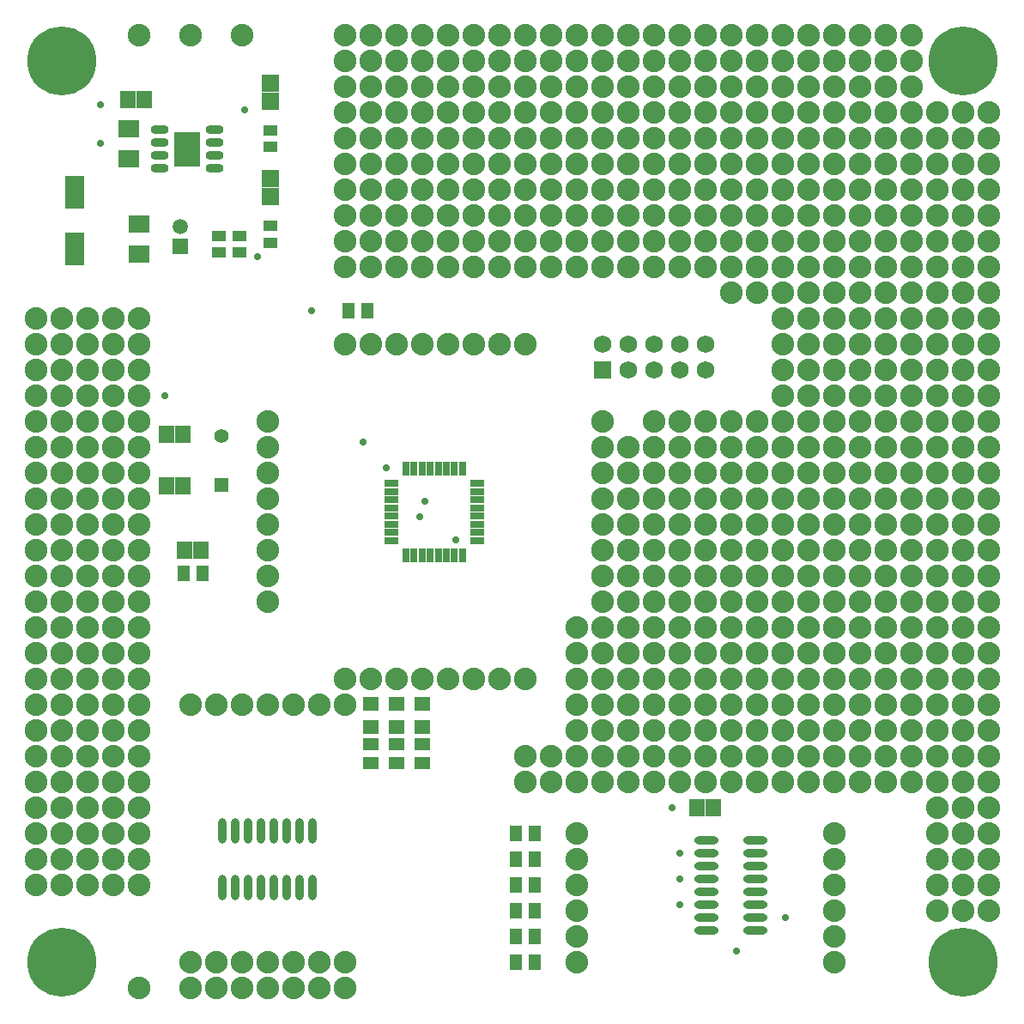
<source format=gts>
G04 Layer_Color=20142*
%FSLAX25Y25*%
%MOIN*%
G70*
G01*
G75*
%ADD27R,0.10300X0.13800*%
%ADD42R,0.05524X0.02769*%
%ADD43R,0.02769X0.05524*%
%ADD44O,0.03400X0.09800*%
%ADD45O,0.09461X0.03162*%
%ADD46O,0.07100X0.03200*%
%ADD47R,0.05918X0.06509*%
%ADD48R,0.05524X0.03950*%
%ADD49R,0.05918X0.05328*%
%ADD50R,0.05918X0.04737*%
%ADD51R,0.04737X0.05918*%
%ADD52R,0.08280X0.06706*%
%ADD53R,0.06902X0.06706*%
%ADD54R,0.07493X0.12611*%
%ADD55C,0.08800*%
%ADD56C,0.05524*%
%ADD57R,0.05524X0.05524*%
%ADD58C,0.06800*%
%ADD59R,0.06800X0.06800*%
%ADD60C,0.26784*%
%ADD61R,0.05918X0.05918*%
%ADD62C,0.05918*%
%ADD63C,0.02800*%
D27*
X108650Y375900D02*
D03*
D42*
X188000Y246000D02*
D03*
Y242850D02*
D03*
Y239701D02*
D03*
Y236551D02*
D03*
Y233402D02*
D03*
Y230252D02*
D03*
Y227102D02*
D03*
Y223953D02*
D03*
X221465D02*
D03*
Y227102D02*
D03*
Y230252D02*
D03*
Y233402D02*
D03*
Y236551D02*
D03*
Y239701D02*
D03*
Y242850D02*
D03*
Y246000D02*
D03*
D43*
X193709Y218244D02*
D03*
X196858D02*
D03*
X200008D02*
D03*
X203157D02*
D03*
X206307D02*
D03*
X209457D02*
D03*
X212606D02*
D03*
X215756D02*
D03*
Y251709D02*
D03*
X212606D02*
D03*
X209457D02*
D03*
X206307D02*
D03*
X203157D02*
D03*
X200008D02*
D03*
X196858D02*
D03*
X193709D02*
D03*
D44*
X157500Y111000D02*
D03*
X152500D02*
D03*
X147500D02*
D03*
X142500D02*
D03*
X137500D02*
D03*
X132500D02*
D03*
X127500D02*
D03*
X122500D02*
D03*
Y89000D02*
D03*
X127500D02*
D03*
X132500D02*
D03*
X137500D02*
D03*
X142500D02*
D03*
X147500D02*
D03*
X152500D02*
D03*
X157500D02*
D03*
D45*
X310551Y107500D02*
D03*
Y102500D02*
D03*
Y97500D02*
D03*
Y92500D02*
D03*
Y87500D02*
D03*
Y82500D02*
D03*
Y77500D02*
D03*
Y72500D02*
D03*
X329449Y107500D02*
D03*
Y102500D02*
D03*
Y97500D02*
D03*
Y92500D02*
D03*
Y87500D02*
D03*
Y82500D02*
D03*
Y77500D02*
D03*
Y72500D02*
D03*
D46*
X98148Y383500D02*
D03*
Y378500D02*
D03*
Y373500D02*
D03*
Y368500D02*
D03*
X119400Y383500D02*
D03*
Y378500D02*
D03*
Y373500D02*
D03*
Y368500D02*
D03*
D47*
X85850Y395000D02*
D03*
X92150D02*
D03*
X100850Y265000D02*
D03*
X107150D02*
D03*
X100850Y245000D02*
D03*
X107150D02*
D03*
X107851Y220000D02*
D03*
X114150D02*
D03*
X306850Y120000D02*
D03*
X313150D02*
D03*
D48*
X129000Y335752D02*
D03*
Y342248D02*
D03*
X121000D02*
D03*
Y335752D02*
D03*
X141000Y346087D02*
D03*
Y339591D02*
D03*
Y383248D02*
D03*
Y376752D02*
D03*
D49*
X200000Y151571D02*
D03*
Y160429D02*
D03*
X190000Y151571D02*
D03*
Y160429D02*
D03*
X180000Y151571D02*
D03*
Y160429D02*
D03*
D50*
X190000Y144642D02*
D03*
Y137358D02*
D03*
X200000Y144642D02*
D03*
Y137358D02*
D03*
X180000Y144642D02*
D03*
X180000Y137358D02*
D03*
D51*
X114642Y211000D02*
D03*
X107358D02*
D03*
X236358Y60000D02*
D03*
X243642D02*
D03*
X236358Y70000D02*
D03*
X243642D02*
D03*
X236358Y80000D02*
D03*
X243642D02*
D03*
X236358Y90000D02*
D03*
X243642D02*
D03*
X236358Y100000D02*
D03*
X243642D02*
D03*
X236358Y110000D02*
D03*
X243642D02*
D03*
X171358Y313000D02*
D03*
X178642D02*
D03*
D52*
X86000Y383906D02*
D03*
Y372094D02*
D03*
X90000Y335094D02*
D03*
Y346905D02*
D03*
D53*
X141000Y401543D02*
D03*
Y394457D02*
D03*
Y364543D02*
D03*
Y357457D02*
D03*
D54*
X65000Y337000D02*
D03*
Y359000D02*
D03*
D55*
X190000Y330000D02*
D03*
X170000D02*
D03*
X180000D02*
D03*
X170000Y410000D02*
D03*
Y400000D02*
D03*
Y390000D02*
D03*
Y380000D02*
D03*
X180000D02*
D03*
Y390000D02*
D03*
Y400000D02*
D03*
X190000Y390000D02*
D03*
Y380000D02*
D03*
Y370000D02*
D03*
Y360000D02*
D03*
Y350000D02*
D03*
Y340000D02*
D03*
X170000D02*
D03*
Y360000D02*
D03*
Y370000D02*
D03*
Y350000D02*
D03*
X180000Y340000D02*
D03*
Y360000D02*
D03*
Y370000D02*
D03*
Y350000D02*
D03*
X170000Y420000D02*
D03*
X180000Y410000D02*
D03*
Y420000D02*
D03*
X190000D02*
D03*
Y410000D02*
D03*
Y400000D02*
D03*
X250000D02*
D03*
X240000D02*
D03*
Y410000D02*
D03*
X250000D02*
D03*
X230000Y400000D02*
D03*
X220000D02*
D03*
Y410000D02*
D03*
X230000D02*
D03*
Y420000D02*
D03*
X220000D02*
D03*
X250000D02*
D03*
X240000D02*
D03*
X210000D02*
D03*
X250000Y390000D02*
D03*
X240000D02*
D03*
X250000Y380000D02*
D03*
X210000Y410000D02*
D03*
X200000Y420000D02*
D03*
X230000Y390000D02*
D03*
X240000Y380000D02*
D03*
X250000Y370000D02*
D03*
X210000Y350000D02*
D03*
Y370000D02*
D03*
Y360000D02*
D03*
Y340000D02*
D03*
X200000Y350000D02*
D03*
Y370000D02*
D03*
Y360000D02*
D03*
Y340000D02*
D03*
X250000D02*
D03*
Y350000D02*
D03*
Y360000D02*
D03*
X240000Y370000D02*
D03*
X230000Y380000D02*
D03*
X240000Y360000D02*
D03*
Y350000D02*
D03*
Y340000D02*
D03*
X230000D02*
D03*
X220000D02*
D03*
Y350000D02*
D03*
X230000D02*
D03*
Y360000D02*
D03*
X220000D02*
D03*
X230000Y370000D02*
D03*
X220000D02*
D03*
Y380000D02*
D03*
Y390000D02*
D03*
X210000Y400000D02*
D03*
Y390000D02*
D03*
Y380000D02*
D03*
X200000D02*
D03*
Y390000D02*
D03*
Y400000D02*
D03*
Y410000D02*
D03*
X310000Y400000D02*
D03*
X300000D02*
D03*
Y410000D02*
D03*
X310000D02*
D03*
X290000Y400000D02*
D03*
X280000D02*
D03*
Y410000D02*
D03*
X290000D02*
D03*
Y420000D02*
D03*
X280000D02*
D03*
X310000D02*
D03*
X300000D02*
D03*
X270000D02*
D03*
X310000Y390000D02*
D03*
X300000D02*
D03*
X310000Y380000D02*
D03*
X270000Y410000D02*
D03*
X260000Y420000D02*
D03*
X290000Y390000D02*
D03*
X300000Y380000D02*
D03*
X310000Y370000D02*
D03*
X270000Y350000D02*
D03*
Y370000D02*
D03*
Y360000D02*
D03*
Y340000D02*
D03*
X260000Y350000D02*
D03*
Y370000D02*
D03*
Y360000D02*
D03*
Y340000D02*
D03*
X310000D02*
D03*
Y350000D02*
D03*
Y360000D02*
D03*
X300000Y370000D02*
D03*
X290000Y380000D02*
D03*
X300000Y360000D02*
D03*
Y350000D02*
D03*
Y340000D02*
D03*
X290000D02*
D03*
X280000D02*
D03*
Y350000D02*
D03*
X290000D02*
D03*
Y360000D02*
D03*
X280000D02*
D03*
X290000Y370000D02*
D03*
X280000D02*
D03*
Y380000D02*
D03*
Y390000D02*
D03*
X270000Y400000D02*
D03*
Y390000D02*
D03*
Y380000D02*
D03*
X260000D02*
D03*
Y390000D02*
D03*
Y400000D02*
D03*
Y410000D02*
D03*
X320000D02*
D03*
Y400000D02*
D03*
Y390000D02*
D03*
Y380000D02*
D03*
X330000D02*
D03*
Y390000D02*
D03*
Y400000D02*
D03*
X340000Y390000D02*
D03*
Y380000D02*
D03*
Y370000D02*
D03*
X350000D02*
D03*
X340000Y360000D02*
D03*
X350000D02*
D03*
Y350000D02*
D03*
X340000D02*
D03*
Y340000D02*
D03*
X350000D02*
D03*
X360000D02*
D03*
Y350000D02*
D03*
Y360000D02*
D03*
X350000Y380000D02*
D03*
X360000Y370000D02*
D03*
X370000Y360000D02*
D03*
Y350000D02*
D03*
Y340000D02*
D03*
X380000Y350000D02*
D03*
Y330000D02*
D03*
Y340000D02*
D03*
X260000Y190000D02*
D03*
Y180000D02*
D03*
X270000Y190000D02*
D03*
Y180000D02*
D03*
X260000Y150000D02*
D03*
Y160000D02*
D03*
Y170000D02*
D03*
X230000Y330000D02*
D03*
X240000D02*
D03*
X210000D02*
D03*
X200000D02*
D03*
X220000D02*
D03*
X250000D02*
D03*
X290000D02*
D03*
X300000D02*
D03*
X270000D02*
D03*
X260000D02*
D03*
X280000D02*
D03*
X310000D02*
D03*
X320000Y340000D02*
D03*
Y330000D02*
D03*
Y360000D02*
D03*
Y370000D02*
D03*
Y350000D02*
D03*
Y320000D02*
D03*
X330000Y340000D02*
D03*
Y330000D02*
D03*
Y360000D02*
D03*
Y370000D02*
D03*
Y350000D02*
D03*
Y320000D02*
D03*
X370000Y300000D02*
D03*
Y290000D02*
D03*
Y320000D02*
D03*
Y330000D02*
D03*
Y310000D02*
D03*
Y280000D02*
D03*
X360000Y300000D02*
D03*
Y290000D02*
D03*
Y320000D02*
D03*
Y330000D02*
D03*
Y310000D02*
D03*
Y280000D02*
D03*
X350000Y300000D02*
D03*
Y290000D02*
D03*
Y320000D02*
D03*
Y330000D02*
D03*
Y310000D02*
D03*
Y280000D02*
D03*
X340000Y300000D02*
D03*
Y290000D02*
D03*
Y320000D02*
D03*
Y330000D02*
D03*
Y310000D02*
D03*
Y280000D02*
D03*
X310000Y180000D02*
D03*
X300000D02*
D03*
X330000D02*
D03*
X340000D02*
D03*
X320000D02*
D03*
X290000D02*
D03*
X280000D02*
D03*
Y190000D02*
D03*
Y200000D02*
D03*
Y210000D02*
D03*
Y220000D02*
D03*
Y230000D02*
D03*
Y240000D02*
D03*
Y250000D02*
D03*
Y260000D02*
D03*
X290000Y190000D02*
D03*
Y200000D02*
D03*
Y210000D02*
D03*
Y220000D02*
D03*
Y230000D02*
D03*
Y240000D02*
D03*
Y250000D02*
D03*
Y260000D02*
D03*
Y270000D02*
D03*
X350000D02*
D03*
X370000D02*
D03*
X360000D02*
D03*
X350000Y250000D02*
D03*
X370000D02*
D03*
X360000D02*
D03*
Y260000D02*
D03*
X370000D02*
D03*
X350000D02*
D03*
X320000Y250000D02*
D03*
X340000D02*
D03*
X330000D02*
D03*
Y260000D02*
D03*
X340000D02*
D03*
X320000D02*
D03*
Y270000D02*
D03*
X340000D02*
D03*
X330000D02*
D03*
X300000D02*
D03*
X310000D02*
D03*
X300000Y260000D02*
D03*
X310000D02*
D03*
X300000Y250000D02*
D03*
X310000D02*
D03*
X350000Y240000D02*
D03*
X370000D02*
D03*
X360000D02*
D03*
X350000Y220000D02*
D03*
X370000D02*
D03*
X360000D02*
D03*
Y230000D02*
D03*
X370000D02*
D03*
X350000D02*
D03*
X320000Y220000D02*
D03*
X340000D02*
D03*
X330000D02*
D03*
Y230000D02*
D03*
X340000D02*
D03*
X320000D02*
D03*
Y240000D02*
D03*
X340000D02*
D03*
X330000D02*
D03*
X300000D02*
D03*
X310000D02*
D03*
X300000Y230000D02*
D03*
X310000D02*
D03*
X300000Y220000D02*
D03*
X310000D02*
D03*
X350000Y210000D02*
D03*
X370000D02*
D03*
X360000D02*
D03*
X350000Y190000D02*
D03*
X370000D02*
D03*
X360000D02*
D03*
Y200000D02*
D03*
X370000D02*
D03*
X350000D02*
D03*
X320000Y190000D02*
D03*
X340000D02*
D03*
X330000D02*
D03*
Y200000D02*
D03*
X340000D02*
D03*
X320000D02*
D03*
Y210000D02*
D03*
X340000D02*
D03*
X330000D02*
D03*
X300000D02*
D03*
X310000D02*
D03*
X300000Y200000D02*
D03*
X310000D02*
D03*
X300000Y190000D02*
D03*
X310000D02*
D03*
X320000Y170000D02*
D03*
X340000D02*
D03*
X330000D02*
D03*
X320000Y150000D02*
D03*
X340000D02*
D03*
X330000D02*
D03*
Y160000D02*
D03*
X340000D02*
D03*
X320000D02*
D03*
X290000Y150000D02*
D03*
X310000D02*
D03*
X300000D02*
D03*
Y160000D02*
D03*
X310000D02*
D03*
X290000D02*
D03*
Y170000D02*
D03*
X310000D02*
D03*
X300000D02*
D03*
X270000D02*
D03*
X280000D02*
D03*
X270000Y160000D02*
D03*
X280000D02*
D03*
X270000Y150000D02*
D03*
X280000D02*
D03*
X240000Y130000D02*
D03*
X250000D02*
D03*
Y140000D02*
D03*
X240000D02*
D03*
X270000D02*
D03*
X280000D02*
D03*
Y130000D02*
D03*
X270000D02*
D03*
X260000D02*
D03*
Y140000D02*
D03*
X300000D02*
D03*
X310000D02*
D03*
Y130000D02*
D03*
X300000D02*
D03*
X290000D02*
D03*
Y140000D02*
D03*
X90000Y230000D02*
D03*
Y220000D02*
D03*
Y240000D02*
D03*
Y250000D02*
D03*
X80000Y230000D02*
D03*
Y220000D02*
D03*
Y240000D02*
D03*
Y250000D02*
D03*
X70000Y230000D02*
D03*
Y220000D02*
D03*
Y240000D02*
D03*
Y250000D02*
D03*
X90000Y300000D02*
D03*
Y290000D02*
D03*
Y310000D02*
D03*
Y270000D02*
D03*
Y280000D02*
D03*
Y260000D02*
D03*
Y210000D02*
D03*
Y200000D02*
D03*
Y190000D02*
D03*
X80000Y210000D02*
D03*
X70000D02*
D03*
X80000Y200000D02*
D03*
X70000D02*
D03*
X80000Y190000D02*
D03*
X70000D02*
D03*
X60000D02*
D03*
X50000D02*
D03*
X60000Y200000D02*
D03*
X50000D02*
D03*
X60000Y210000D02*
D03*
X50000D02*
D03*
X80000Y260000D02*
D03*
X70000D02*
D03*
X60000Y250000D02*
D03*
Y240000D02*
D03*
Y260000D02*
D03*
Y220000D02*
D03*
Y230000D02*
D03*
X50000Y250000D02*
D03*
Y240000D02*
D03*
Y260000D02*
D03*
Y220000D02*
D03*
Y230000D02*
D03*
X360000Y150000D02*
D03*
X350000D02*
D03*
X360000Y160000D02*
D03*
X350000D02*
D03*
X360000Y170000D02*
D03*
X350000D02*
D03*
X360000Y180000D02*
D03*
X350000D02*
D03*
X380000Y360000D02*
D03*
X370000Y370000D02*
D03*
X360000Y380000D02*
D03*
X350000Y390000D02*
D03*
X320000Y420000D02*
D03*
X330000Y410000D02*
D03*
X390000Y330000D02*
D03*
Y340000D02*
D03*
Y350000D02*
D03*
X380000Y370000D02*
D03*
X390000Y360000D02*
D03*
Y370000D02*
D03*
X370000Y380000D02*
D03*
X360000Y390000D02*
D03*
X370000D02*
D03*
X330000Y420000D02*
D03*
X380000D02*
D03*
X390000D02*
D03*
X360000D02*
D03*
X370000D02*
D03*
X340000D02*
D03*
X350000D02*
D03*
Y410000D02*
D03*
X340000D02*
D03*
Y400000D02*
D03*
X350000D02*
D03*
X370000Y410000D02*
D03*
X360000D02*
D03*
Y400000D02*
D03*
X370000D02*
D03*
X390000Y410000D02*
D03*
X380000D02*
D03*
Y400000D02*
D03*
X390000D02*
D03*
Y390000D02*
D03*
X380000D02*
D03*
Y380000D02*
D03*
X390000D02*
D03*
Y290000D02*
D03*
X380000D02*
D03*
Y280000D02*
D03*
X390000D02*
D03*
Y310000D02*
D03*
X380000D02*
D03*
Y300000D02*
D03*
X390000D02*
D03*
Y320000D02*
D03*
X380000D02*
D03*
Y270000D02*
D03*
X390000D02*
D03*
Y250000D02*
D03*
X380000D02*
D03*
Y260000D02*
D03*
X390000D02*
D03*
Y230000D02*
D03*
X380000D02*
D03*
Y240000D02*
D03*
X390000D02*
D03*
X380000Y220000D02*
D03*
X390000D02*
D03*
X380000Y200000D02*
D03*
Y210000D02*
D03*
Y190000D02*
D03*
X390000Y200000D02*
D03*
Y210000D02*
D03*
Y190000D02*
D03*
X410000Y150000D02*
D03*
X420000D02*
D03*
X400000D02*
D03*
X380000D02*
D03*
X390000D02*
D03*
X370000D02*
D03*
X380000Y180000D02*
D03*
X390000D02*
D03*
X370000D02*
D03*
Y170000D02*
D03*
X390000D02*
D03*
X380000D02*
D03*
Y160000D02*
D03*
X390000D02*
D03*
X370000D02*
D03*
X400000Y170000D02*
D03*
X420000D02*
D03*
X410000D02*
D03*
Y160000D02*
D03*
X420000D02*
D03*
X400000D02*
D03*
Y190000D02*
D03*
X420000D02*
D03*
X410000D02*
D03*
Y180000D02*
D03*
X420000D02*
D03*
X400000D02*
D03*
Y210000D02*
D03*
X420000D02*
D03*
X410000D02*
D03*
Y200000D02*
D03*
X420000D02*
D03*
X400000D02*
D03*
Y250000D02*
D03*
X420000D02*
D03*
X410000D02*
D03*
Y240000D02*
D03*
X420000D02*
D03*
X400000D02*
D03*
Y220000D02*
D03*
X420000D02*
D03*
X410000D02*
D03*
Y230000D02*
D03*
X420000D02*
D03*
X400000D02*
D03*
Y260000D02*
D03*
X420000D02*
D03*
X410000D02*
D03*
Y270000D02*
D03*
X420000D02*
D03*
X400000D02*
D03*
Y310000D02*
D03*
X420000D02*
D03*
X410000D02*
D03*
Y300000D02*
D03*
X420000D02*
D03*
X400000D02*
D03*
Y280000D02*
D03*
X420000D02*
D03*
X410000D02*
D03*
Y290000D02*
D03*
X420000D02*
D03*
X400000D02*
D03*
Y320000D02*
D03*
X420000D02*
D03*
X410000D02*
D03*
Y330000D02*
D03*
X420000D02*
D03*
X400000D02*
D03*
X50000Y280000D02*
D03*
X60000D02*
D03*
X80000D02*
D03*
X70000D02*
D03*
Y270000D02*
D03*
X80000D02*
D03*
X60000D02*
D03*
X50000D02*
D03*
Y310000D02*
D03*
X60000D02*
D03*
X80000D02*
D03*
X70000D02*
D03*
X50000Y290000D02*
D03*
X60000D02*
D03*
X80000D02*
D03*
X70000D02*
D03*
Y300000D02*
D03*
X80000D02*
D03*
X60000D02*
D03*
X50000D02*
D03*
X60000Y130000D02*
D03*
X50000D02*
D03*
X70000D02*
D03*
X90000D02*
D03*
X80000D02*
D03*
Y120000D02*
D03*
X90000D02*
D03*
X70000D02*
D03*
X50000D02*
D03*
X60000D02*
D03*
Y150000D02*
D03*
X50000D02*
D03*
X70000D02*
D03*
X90000D02*
D03*
X80000D02*
D03*
Y140000D02*
D03*
X90000D02*
D03*
X70000D02*
D03*
X50000D02*
D03*
X60000D02*
D03*
Y170000D02*
D03*
X50000D02*
D03*
X70000D02*
D03*
X90000D02*
D03*
X80000D02*
D03*
Y160000D02*
D03*
X90000D02*
D03*
X70000D02*
D03*
X50000D02*
D03*
X60000D02*
D03*
X80000Y180000D02*
D03*
X90000D02*
D03*
X70000D02*
D03*
X50000D02*
D03*
X60000D02*
D03*
Y100000D02*
D03*
X50000D02*
D03*
X70000D02*
D03*
X90000D02*
D03*
X80000D02*
D03*
Y110000D02*
D03*
X90000D02*
D03*
X70000D02*
D03*
X50000D02*
D03*
X60000D02*
D03*
X80000Y90000D02*
D03*
X90000D02*
D03*
X70000D02*
D03*
X50000D02*
D03*
X60000D02*
D03*
X400000Y120000D02*
D03*
X420000D02*
D03*
X410000D02*
D03*
X400000Y100000D02*
D03*
X420000D02*
D03*
X410000D02*
D03*
Y110000D02*
D03*
X420000D02*
D03*
X400000D02*
D03*
Y80000D02*
D03*
X420000D02*
D03*
X410000D02*
D03*
Y90000D02*
D03*
X420000D02*
D03*
X400000D02*
D03*
X320000Y140000D02*
D03*
Y130000D02*
D03*
X330000D02*
D03*
X340000D02*
D03*
X360000D02*
D03*
X350000D02*
D03*
X390000D02*
D03*
X380000D02*
D03*
X370000D02*
D03*
X400000D02*
D03*
X420000D02*
D03*
X410000D02*
D03*
Y140000D02*
D03*
X420000D02*
D03*
X400000D02*
D03*
X370000D02*
D03*
X380000D02*
D03*
X390000D02*
D03*
X350000D02*
D03*
X360000D02*
D03*
X340000D02*
D03*
X330000D02*
D03*
X400000Y390000D02*
D03*
X420000D02*
D03*
X410000D02*
D03*
Y380000D02*
D03*
X420000D02*
D03*
X400000D02*
D03*
X110000Y420000D02*
D03*
X130000D02*
D03*
X140000Y220000D02*
D03*
X140000Y230000D02*
D03*
Y270000D02*
D03*
X190000Y170000D02*
D03*
X210000D02*
D03*
X220000D02*
D03*
X230000D02*
D03*
X170000Y300000D02*
D03*
X190000Y300000D02*
D03*
X200000Y300000D02*
D03*
X210000Y300000D02*
D03*
X230000Y300000D02*
D03*
X240000Y300000D02*
D03*
X270000Y270000D02*
D03*
Y260000D02*
D03*
X270000Y250000D02*
D03*
Y240000D02*
D03*
X270000Y230000D02*
D03*
X270000Y220000D02*
D03*
X220000Y300000D02*
D03*
X270000Y210000D02*
D03*
X180000Y300000D02*
D03*
X140000Y260000D02*
D03*
Y250000D02*
D03*
X140000Y210000D02*
D03*
Y200000D02*
D03*
X170000Y170000D02*
D03*
X180000D02*
D03*
X200000D02*
D03*
X140000Y240000D02*
D03*
X360000Y110000D02*
D03*
Y100000D02*
D03*
Y90000D02*
D03*
Y80000D02*
D03*
Y70000D02*
D03*
Y60000D02*
D03*
X260000Y110000D02*
D03*
Y100000D02*
D03*
Y90000D02*
D03*
Y80000D02*
D03*
Y70000D02*
D03*
Y60000D02*
D03*
X110000Y50000D02*
D03*
X120000D02*
D03*
X130000Y60000D02*
D03*
Y50000D02*
D03*
X140000Y60000D02*
D03*
Y50000D02*
D03*
X150000Y60000D02*
D03*
Y50000D02*
D03*
X160000Y60000D02*
D03*
Y50000D02*
D03*
X110000Y160000D02*
D03*
X120000D02*
D03*
X130000D02*
D03*
X140000D02*
D03*
X150000D02*
D03*
X160000D02*
D03*
X170000D02*
D03*
X110000Y60000D02*
D03*
X120000D02*
D03*
X170000D02*
D03*
Y50000D02*
D03*
X90000D02*
D03*
Y420000D02*
D03*
X240000Y170000D02*
D03*
X270000Y200000D02*
D03*
X400000Y350000D02*
D03*
X420000D02*
D03*
X410000D02*
D03*
Y340000D02*
D03*
X420000D02*
D03*
X400000D02*
D03*
Y360000D02*
D03*
X420000D02*
D03*
X410000D02*
D03*
Y370000D02*
D03*
X420000D02*
D03*
X400000D02*
D03*
D56*
X122000Y264606D02*
D03*
D57*
X122000Y245394D02*
D03*
D58*
X290000Y300000D02*
D03*
Y290000D02*
D03*
X280000Y300000D02*
D03*
Y290000D02*
D03*
X270000Y300000D02*
D03*
X300000Y290000D02*
D03*
Y300000D02*
D03*
X310000Y290000D02*
D03*
Y300000D02*
D03*
D59*
X270000Y290000D02*
D03*
D60*
X60000Y410000D02*
D03*
Y60000D02*
D03*
X410000D02*
D03*
Y410000D02*
D03*
D61*
X106000Y338063D02*
D03*
D62*
Y345937D02*
D03*
D63*
X297000Y120000D02*
D03*
X177000Y262000D02*
D03*
X157000Y313000D02*
D03*
X213000Y224000D02*
D03*
X186000Y252000D02*
D03*
X199000Y233000D02*
D03*
X201000Y239000D02*
D03*
X100000Y280000D02*
D03*
X131000Y391000D02*
D03*
X75000Y393000D02*
D03*
X322106Y64492D02*
D03*
X300106Y102492D02*
D03*
Y92492D02*
D03*
X300114Y82500D02*
D03*
X341098Y77500D02*
D03*
X75000Y378000D02*
D03*
X136000Y334000D02*
D03*
M02*

</source>
